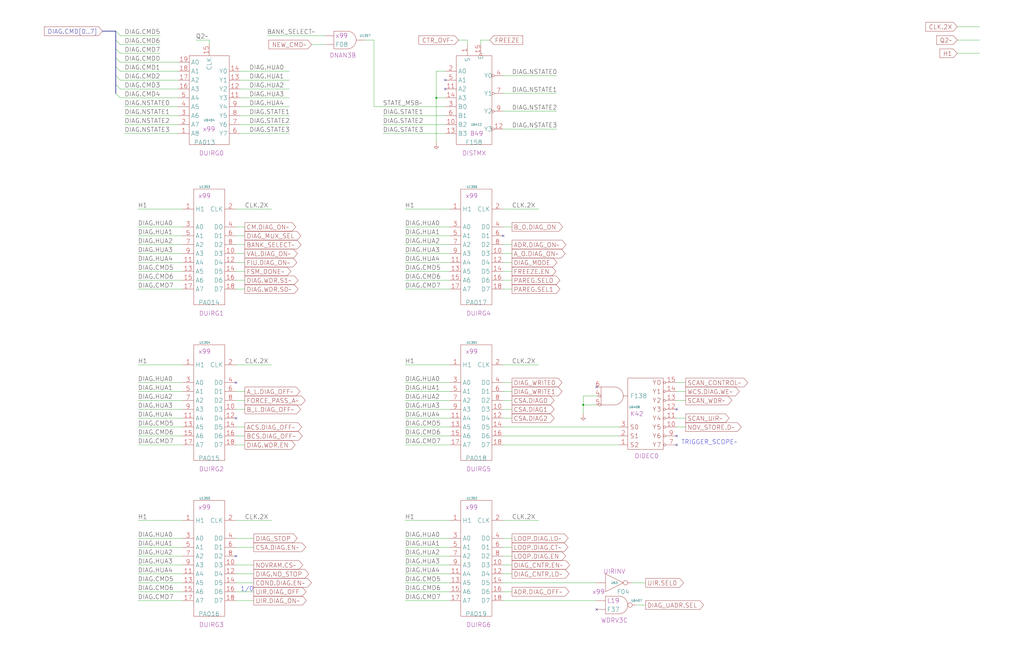
<source format=kicad_sch>
(kicad_sch (version 20230121) (generator eeschema)
  (paper "User" 584.2 378.46)
  (title_block (title "DIAGNOSTIC PROCESSOR\\nFINITE STATE MACHINE") (date "22-MAR-90") (rev "1.0") (comment 1 "VALUE") (comment 2 "232-003063") (comment 3 "S400") (comment 4 "RELEASED"))
  (lib_symbols
    (symbol "r1000:F04" (pin_numbers hide) (pin_names hide)
      (property "Reference" "U" (at 0 0 0))
      (property "Value" "F04" (at 1.27 -5.08 0))
      (property "Location" "___" (at -12.7 -5.08 0))
      (property "Name" "______" (at 0 5.08 0))
      (symbol "F04_0_1"
        (polyline (pts (xy -7.62 0) (xy -5.08 0)) (stroke (width 0.1524)))
        (polyline (pts (xy -5.08 5.08) (xy -5.08 -5.08)) (stroke (width 0.1524)))
        (polyline (pts (xy 5.08 0) (xy -5.08 -5.08)) (stroke (width 0.1524)))
        (polyline (pts (xy 5.08 0) (xy -5.08 5.08)) (stroke (width 0.1524)))
        (circle (center 6.35 0) (radius 1.27) (stroke (width 0.1524)))
      )
      (symbol "F04_1_1"
        (pin input line (at -10.16 0 0) (length 2.54) (name "D0") (number "1"))
        (pin output line (at 10.16 0 180) (length 2.54) (name "Q") (number "2"))
      )
    )
    (symbol "r1000:F08" (pin_numbers hide) (pin_names hide)
      (property "Reference" "U" (at 15.24 0 0))
      (property "Value" "F08" (at 1.905 -5.08 0))
      (property "Location" "___" (at 1.905 0 0))
      (property "Name" "______" (at 2.54 -12.7 0))
      (symbol "F08_0_1"
        (polyline (pts (xy -2.54 -7.62) (xy 5.08 -7.62)) (stroke (width 0.1524)))
        (polyline (pts (xy -2.54 2.54) (xy -2.54 -7.62)) (stroke (width 0.1524)))
        (polyline (pts (xy -2.54 2.54) (xy 5.08 2.54)) (stroke (width 0.1524)))
        (arc (start 5.08 -7.62) (mid 10.1282 -2.54) (end 5.08 2.54) (stroke (width 0.1524)))
      )
      (symbol "F08_0_2"
        (circle (center -3.81 -5.08) (radius 1.27) (stroke (width 0.1524)))
        (circle (center -3.81 0) (radius 1.27) (stroke (width 0.1524)))
        (arc (start -3.175 -7.62) (mid -2.134 -2.54) (end -3.175 2.54) (stroke (width 0.1524)))
        (polyline (pts (xy -3.175 -7.62) (xy 3.81 -7.62)) (stroke (width 0.1524)))
        (polyline (pts (xy -3.175 2.54) (xy 3.81 2.54)) (stroke (width 0.1524)))
        (arc (start 3.81 -7.62) (mid 7.5855 -5.8306) (end 10.16 -2.54) (stroke (width 0.1524)))
        (arc (start 10.16 -2.54) (mid 7.5827 0.7471) (end 3.81 2.54) (stroke (width 0.1524)))
        (circle (center 11.43 -2.54) (radius 1.27) (stroke (width 0.1524)))
      )
      (symbol "F08_1_1"
        (pin input line (at -7.62 0 0) (length 5.08) (name "D0") (number "1"))
        (pin input line (at -7.62 -5.08 0) (length 5.08) (name "D1") (number "2"))
        (pin output line (at 15.24 -2.54 180) (length 5.08) (name "Q") (number "3"))
      )
      (symbol "F08_1_2"
        (pin input line (at -7.62 0 0) (length 2.54) (name "D0") (number "1"))
        (pin input line (at -7.62 -5.08 0) (length 2.54) (name "D1") (number "2"))
        (pin output line (at 15.24 -2.54 180) (length 2.54) (name "Q") (number "3"))
      )
    )
    (symbol "r1000:F138" (pin_names (offset 1.016) hide)
      (property "Reference" "U" (at 1.27 3.81 0))
      (property "Value" "F138" (at -1.27 10.16 0))
      (property "Location" "___" (at -1.27 0 0))
      (property "Name" "______" (at 8.255 -24.13 0))
      (symbol "F138_0_0"
        (arc (start -10.16 5.08) (mid -6.5679 6.5679) (end -5.08 10.16) (stroke (width 0.1524)))
        (arc (start -5.08 10.16) (mid -6.5679 13.7521) (end -10.16 15.24) (stroke (width 0.1524)))
        (polyline (pts (xy -17.78 5.08) (xy -10.16 5.08)) (stroke (width 0.1524)))
        (polyline (pts (xy -17.78 15.24) (xy -10.16 15.24)) (stroke (width 0.1524)))
      )
      (symbol "F138_0_1"
        (circle (center -18.415 5.08) (radius 0.635) (stroke (width 0.1524)))
        (circle (center -18.415 10.16) (radius 0.635) (stroke (width 0.1524)))
        (rectangle (start -2.54 20.32) (end 17.78 -20.32) (stroke (width 0.1524)))
        (polyline (pts (xy -19.05 15.24) (xy -17.78 15.24)) (stroke (width 0.1524)))
        (polyline (pts (xy -17.78 15.24) (xy -17.78 5.08)) (stroke (width 0.1524)))
        (polyline (pts (xy -2.54 10.16) (xy -5.08 10.16)) (stroke (width 0.1524)))
      )
      (symbol "F138_1_1"
        (circle (center 18.415 -17.78) (radius 0.635))
        (circle (center 18.415 -12.7) (radius 0.635))
        (circle (center 18.415 -7.62) (radius 0.635))
        (circle (center 18.415 -2.54) (radius 0.635))
        (circle (center 18.415 2.54) (radius 0.635))
        (circle (center 18.415 7.62) (radius 0.635))
        (circle (center 18.415 12.7) (radius 0.635))
        (circle (center 18.415 17.78) (radius 0.635))
        (text "0" (at 2.54 -7.62 0) (effects (font (size 2.54 2.54))))
        (text "0" (at 15.24 17.78 0) (effects (font (size 2.54 2.54))))
        (text "1" (at 2.54 -12.7 0) (effects (font (size 2.54 2.54))))
        (text "1" (at 15.24 12.7 0) (effects (font (size 2.54 2.54))))
        (text "2" (at 2.54 -17.78 0) (effects (font (size 2.54 2.54))))
        (text "2" (at 15.24 7.62 0) (effects (font (size 2.54 2.54))))
        (text "3" (at 15.24 2.54 0) (effects (font (size 2.54 2.54))))
        (text "4" (at 15.24 -2.54 0) (effects (font (size 2.54 2.54))))
        (text "5" (at 15.24 -7.62 0) (effects (font (size 2.54 2.54))))
        (text "6" (at 15.24 -12.7 0) (effects (font (size 2.54 2.54))))
        (text "7" (at 15.24 -17.78 0) (effects (font (size 2.54 2.54))))
        (text "S" (at 0 -17.78 0) (effects (font (size 2.54 2.54))))
        (text "S" (at 0 -12.7 0) (effects (font (size 2.54 2.54))))
        (text "S" (at 0 -7.62 0) (effects (font (size 2.54 2.54))))
        (text "Y" (at 12.7 -17.78 0) (effects (font (size 2.54 2.54))))
        (text "Y" (at 12.7 -12.7 0) (effects (font (size 2.54 2.54))))
        (text "Y" (at 12.7 -7.62 0) (effects (font (size 2.54 2.54))))
        (text "Y" (at 12.7 -2.54 0) (effects (font (size 2.54 2.54))))
        (text "Y" (at 12.7 2.54 0) (effects (font (size 2.54 2.54))))
        (text "Y" (at 12.7 7.62 0) (effects (font (size 2.54 2.54))))
        (text "Y" (at 12.7 12.7 0) (effects (font (size 2.54 2.54))))
        (text "Y" (at 12.7 17.78 0) (effects (font (size 2.54 2.54))))
        (pin input line (at -7.62 -17.78 0) (length 5.08) (name "S2") (number "1"))
        (pin output line (at 25.4 -7.62 180) (length 6.35) (name "Y5_") (number "10"))
        (pin output line (at 25.4 -2.54 180) (length 6.35) (name "Y4_") (number "11"))
        (pin output line (at 25.4 2.54 180) (length 6.35) (name "Y3_") (number "12"))
        (pin output line (at 25.4 7.62 180) (length 6.35) (name "Y2_") (number "13"))
        (pin output line (at 25.4 12.7 180) (length 6.35) (name "Y1_") (number "14"))
        (pin output line (at 25.4 17.78 180) (length 6.35) (name "Y0_") (number "15"))
        (pin input line (at -7.62 -12.7 0) (length 5.08) (name "S1") (number "2"))
        (pin input line (at -7.62 -7.62 0) (length 5.08) (name "S0") (number "3"))
        (pin input line (at -20.32 10.16 0) (length 1.27) (name "D1") (number "4"))
        (pin input line (at -20.32 5.08 0) (length 1.27) (name "D2") (number "5"))
        (pin input line (at -20.32 15.24 0) (length 1.27) (name "D0") (number "6"))
        (pin output line (at 25.4 -17.78 180) (length 6.35) (name "Y7_") (number "7"))
        (pin output line (at 25.4 -12.7 180) (length 6.35) (name "Y6_") (number "9"))
      )
    )
    (symbol "r1000:F158" (pin_names (offset 1.016))
      (property "Reference" "U" (at 2.54 5.08 0))
      (property "Value" "F158" (at -3.81 -5.08 0))
      (property "Location" "___" (at -1.27 0 0))
      (property "Name" "______" (at 1.27 -12.7 0))
      (symbol "F158_1_1"
        (rectangle (start -8.89 44.45) (end 11.43 -6.35))
        (circle (center 5.08 45.085) (radius 0.635))
        (circle (center 12.065 2.54) (radius 0.635))
        (circle (center 12.065 12.7) (radius 0.635))
        (circle (center 12.065 22.86) (radius 0.635))
        (circle (center 12.065 33.02) (radius 0.635))
        (pin input line (at -2.54 50.8 270) (length 6.35) (name "S") (number "1"))
        (pin input line (at -15.24 5.08 0) (length 6.35) (name "B2") (number "10"))
        (pin input line (at -15.24 25.4 0) (length 6.35) (name "A2") (number "11"))
        (pin output line (at 17.78 2.54 180) (length 5.08) (name "Y3") (number "12"))
        (pin input line (at -15.24 0 0) (length 6.35) (name "B3") (number "13"))
        (pin input line (at -15.24 20.32 0) (length 6.35) (name "A3") (number "14"))
        (pin input line (at 5.08 50.8 270) (length 5.08) (name "E") (number "15"))
        (pin input line (at -15.24 35.56 0) (length 6.35) (name "A0") (number "2"))
        (pin input line (at -15.24 15.24 0) (length 6.35) (name "B0") (number "3"))
        (pin output line (at 17.78 33.02 180) (length 5.08) (name "Y0") (number "4"))
        (pin input line (at -15.24 30.48 0) (length 6.35) (name "A1") (number "5"))
        (pin input line (at -15.24 10.16 0) (length 6.35) (name "B1") (number "6"))
        (pin output line (at 17.78 22.86 180) (length 5.08) (name "Y1") (number "7"))
        (pin output line (at 17.78 12.7 180) (length 5.08) (name "Y2") (number "9"))
      )
    )
    (symbol "r1000:F37" (pin_numbers hide) (pin_names (offset 0) hide)
      (property "Reference" "U" (at 15.24 0 0))
      (property "Value" "F37" (at 1.905 -5.08 0))
      (property "Location" "___" (at 1.905 0 0))
      (property "Name" "______" (at 2.54 -12.7 0))
      (symbol "F37_0_1"
        (polyline (pts (xy -2.54 -7.62) (xy 5.08 -7.62)) (stroke (width 0.1524)))
        (polyline (pts (xy -2.54 2.54) (xy -2.54 -7.62)) (stroke (width 0.1524)))
        (polyline (pts (xy -2.54 2.54) (xy 5.08 2.54)) (stroke (width 0.1524)))
        (arc (start 5.08 -7.62) (mid 10.1282 -2.54) (end 5.08 2.54) (stroke (width 0.1524)))
        (circle (center 11.43 -2.54) (radius 1.27) (stroke (width 0.1524)))
      )
      (symbol "F37_0_2"
        (circle (center -3.81 -5.08) (radius 1.27) (stroke (width 0.1524)))
        (circle (center -3.81 0) (radius 1.27) (stroke (width 0.1524)))
        (arc (start -3.175 -7.62) (mid -2.134 -2.54) (end -3.175 2.54) (stroke (width 0.1524)))
        (polyline (pts (xy -3.175 -7.62) (xy 3.81 -7.62)) (stroke (width 0.1524)))
        (polyline (pts (xy -3.175 2.54) (xy 3.81 2.54)) (stroke (width 0.1524)))
        (arc (start 3.81 -7.62) (mid 7.5855 -5.8306) (end 10.16 -2.54) (stroke (width 0.1524)))
        (arc (start 10.16 -2.54) (mid 7.5827 0.7471) (end 3.81 2.54) (stroke (width 0.1524)))
      )
      (symbol "F37_1_1"
        (pin input line (at -7.62 0 0) (length 5.08) (name "D0") (number "1"))
        (pin input line (at -7.62 -5.08 0) (length 5.08) (name "D1") (number "2"))
        (pin output line (at 15.24 -2.54 180) (length 2.54) (name "Q") (number "3"))
      )
      (symbol "F37_1_2"
        (pin input line (at -7.62 0 0) (length 2.54) (name "D0") (number "1"))
        (pin input line (at -7.62 -5.08 0) (length 2.54) (name "D1") (number "2"))
        (pin output line (at 15.24 -2.54 180) (length 5.08) (name "Q") (number "3"))
      )
    )
    (symbol "r1000:PD" (power) (pin_numbers hide) (pin_names hide) (in_bom no)
      (symbol "PD_0_1"
        (polyline (pts (xy 0 -2.54) (xy 1.27 -2.54) (xy 0 -3.81) (xy -1.27 -2.54) (xy 0 -2.54)) (stroke (width 0.1524)))
      )
      (symbol "PD_1_1"
        (pin power_in line (at 0 0 270) (length 2.54) (name "PD") (number "1"))
      )
    )
    (symbol "r1000:XDUIRG" (pin_names (offset 1.016))
      (property "Reference" "U" (at 2.54 5.08 0))
      (property "Value" "XDUIRG" (at -1.27 -60.96 0))
      (property "Location" "___" (at -1.27 0 0))
      (property "Name" "______" (at 6.35 -68.58 0))
      (symbol "XDUIRG_1_1"
        (rectangle (start -3.81 3.81) (end 13.97 -62.23))
        (pin input line (at -10.16 -7.62 0) (length 6.35) (name "H1") (number "1"))
        (pin output line (at 20.32 -33.02 180) (length 6.35) (name "D3") (number "10"))
        (pin input line (at -10.16 -38.1 0) (length 6.35) (name "A4") (number "11"))
        (pin output line (at 20.32 -38.1 180) (length 6.35) (name "D4") (number "12"))
        (pin input line (at -10.16 -43.18 0) (length 6.35) (name "A5") (number "13"))
        (pin output line (at 20.32 -43.18 180) (length 6.35) (name "D5") (number "14"))
        (pin input line (at -10.16 -48.26 0) (length 6.35) (name "A6") (number "15"))
        (pin output line (at 20.32 -48.26 180) (length 6.35) (name "D6") (number "16"))
        (pin input line (at -10.16 -53.34 0) (length 6.35) (name "A7") (number "17"))
        (pin output line (at 20.32 -53.34 180) (length 6.35) (name "D7") (number "18"))
        (pin input line (at 20.32 -7.62 180) (length 6.35) (name "CLK") (number "2"))
        (pin input line (at -10.16 -17.78 0) (length 6.35) (name "A0") (number "3"))
        (pin output line (at 20.32 -17.78 180) (length 6.35) (name "D0") (number "4"))
        (pin input line (at -10.16 -22.86 0) (length 6.35) (name "A1") (number "5"))
        (pin output line (at 20.32 -22.86 180) (length 6.35) (name "D1") (number "6"))
        (pin input line (at -10.16 -27.94 0) (length 6.35) (name "A2") (number "7"))
        (pin output line (at 20.32 -27.94 180) (length 6.35) (name "D2") (number "8"))
        (pin input line (at -10.16 -33.02 0) (length 6.35) (name "A3") (number "9"))
      )
    )
    (symbol "r1000:XPAXXXL" (pin_names (offset 1.016))
      (property "Reference" "U" (at 2.54 5.08 0))
      (property "Value" "XPAXXXL" (at -6.35 -7.62 0))
      (property "Location" "___" (at -1.27 0 0))
      (property "Name" "______" (at 3.81 -15.24 0))
      (symbol "XPAXXXL_1_1"
        (rectangle (start -8.89 41.91) (end 13.97 -8.89))
        (pin input line (at -15.24 -2.54 0) (length 6.35) (name "A8") (number "1"))
        (pin output line (at 20.32 17.78 180) (length 6.35) (name "Y3") (number "11"))
        (pin output line (at 20.32 22.86 180) (length 6.35) (name "Y2") (number "12"))
        (pin output line (at 20.32 27.94 180) (length 6.35) (name "Y1") (number "13"))
        (pin output line (at 20.32 33.02 180) (length 6.35) (name "Y0") (number "14"))
        (pin input line (at 2.54 48.26 270) (length 6.35) (name "CLK") (number "15"))
        (pin input line (at -15.24 22.86 0) (length 6.35) (name "A3") (number "16"))
        (pin input line (at -15.24 27.94 0) (length 6.35) (name "A2") (number "17"))
        (pin input line (at -15.24 33.02 0) (length 6.35) (name "A1") (number "18"))
        (pin input line (at -15.24 38.1 0) (length 6.35) (name "A0") (number "19"))
        (pin input line (at -15.24 2.54 0) (length 6.35) (name "A7") (number "2"))
        (pin input line (at -15.24 7.62 0) (length 6.35) (name "A6") (number "3"))
        (pin input line (at -15.24 12.7 0) (length 6.35) (name "A5") (number "4"))
        (pin input line (at -15.24 17.78 0) (length 6.35) (name "A4") (number "5"))
        (pin output line (at 20.32 -2.54 180) (length 6.35) (name "Y7") (number "6"))
        (pin output line (at 20.32 2.54 180) (length 6.35) (name "Y6") (number "7"))
        (pin output line (at 20.32 7.62 180) (length 6.35) (name "Y5") (number "8"))
        (pin output line (at 20.32 12.7 180) (length 6.35) (name "Y4") (number "9"))
      )
    )
  )
  (junction (at 332.74 231.14))
  (junction (at 248.92 55.88))
  (no_connect (at 254 45.72))
  (no_connect (at 386.08 233.68))
  (no_connect (at 287.02 134.62))
  (no_connect (at 386.08 248.92))
  (no_connect (at 134.62 238.76))
  (no_connect (at 340.36 347.98))
  (no_connect (at 134.62 218.44))
  (no_connect (at 340.36 220.98))
  (no_connect (at 254 50.8))
  (no_connect (at 386.08 254))
  (no_connect (at 134.62 317.5))
  (bus_entry (at 66.04 38.1) (size 2.54 2.54))
  (bus_entry (at 66.04 27.94) (size 2.54 2.54))
  (bus_entry (at 66.04 53.34) (size 2.54 2.54))
  (bus_entry (at 66.04 22.86) (size 2.54 2.54))
  (bus_entry (at 66.04 48.26) (size 2.54 2.54))
  (bus_entry (at 66.04 33.02) (size 2.54 2.54))
  (bus_entry (at 66.04 17.78) (size 2.54 2.54))
  (bus_entry (at 66.04 43.18) (size 2.54 2.54))
  (wire (pts (xy 254 40.64) (xy 248.92 40.64)))
  (wire (pts (xy 287.02 208.28) (xy 307.34 208.28)))
  (wire (pts (xy 134.62 228.6) (xy 139.7 228.6)))
  (wire (pts (xy 287.02 218.44) (xy 292.1 218.44)))
  (wire (pts (xy 218.44 76.2) (xy 254 76.2)))
  (wire (pts (xy 134.62 149.86) (xy 139.7 149.86)))
  (wire (pts (xy 287.02 322.58) (xy 292.1 322.58)))
  (wire (pts (xy 134.62 307.34) (xy 144.78 307.34)))
  (wire (pts (xy 134.62 254) (xy 139.7 254)))
  (wire (pts (xy 287.02 243.84) (xy 353.06 243.84)))
  (wire (pts (xy 71.12 76.2) (xy 101.6 76.2)))
  (wire (pts (xy 134.62 332.74) (xy 144.78 332.74)))
  (wire (pts (xy 134.62 165.1) (xy 139.7 165.1)))
  (bus (pts (xy 58.42 17.78) (xy 66.04 17.78)))
  (wire (pts (xy 137.16 60.96) (xy 165.1 60.96)))
  (bus (pts (xy 66.04 22.86) (xy 66.04 27.94)))
  (wire (pts (xy 287.02 297.18) (xy 307.34 297.18)))
  (wire (pts (xy 231.14 307.34) (xy 256.54 307.34)))
  (wire (pts (xy 78.74 223.52) (xy 104.14 223.52)))
  (bus (pts (xy 66.04 33.02) (xy 66.04 38.1)))
  (wire (pts (xy 231.14 119.38) (xy 256.54 119.38)))
  (wire (pts (xy 287.02 254) (xy 353.06 254)))
  (wire (pts (xy 231.14 223.52) (xy 256.54 223.52)))
  (wire (pts (xy 231.14 254) (xy 256.54 254)))
  (wire (pts (xy 386.08 243.84) (xy 391.16 243.84)))
  (wire (pts (xy 134.62 248.92) (xy 139.7 248.92)))
  (wire (pts (xy 78.74 248.92) (xy 104.14 248.92)))
  (wire (pts (xy 68.58 45.72) (xy 101.6 45.72)))
  (wire (pts (xy 71.12 71.12) (xy 101.6 71.12)))
  (wire (pts (xy 287.02 165.1) (xy 292.1 165.1)))
  (wire (pts (xy 137.16 40.64) (xy 165.1 40.64)))
  (wire (pts (xy 386.08 223.52) (xy 391.16 223.52)))
  (wire (pts (xy 231.14 208.28) (xy 256.54 208.28)))
  (wire (pts (xy 287.02 160.02) (xy 292.1 160.02)))
  (wire (pts (xy 231.14 297.18) (xy 256.54 297.18)))
  (wire (pts (xy 231.14 332.74) (xy 256.54 332.74)))
  (wire (pts (xy 71.12 66.04) (xy 101.6 66.04)))
  (wire (pts (xy 287.02 119.38) (xy 307.34 119.38)))
  (bus (pts (xy 66.04 48.26) (xy 66.04 53.34)))
  (wire (pts (xy 287.02 238.76) (xy 292.1 238.76)))
  (wire (pts (xy 134.62 223.52) (xy 139.7 223.52)))
  (wire (pts (xy 231.14 243.84) (xy 256.54 243.84)))
  (wire (pts (xy 231.14 165.1) (xy 256.54 165.1)))
  (wire (pts (xy 287.02 327.66) (xy 292.1 327.66)))
  (wire (pts (xy 231.14 327.66) (xy 256.54 327.66)))
  (wire (pts (xy 386.08 238.76) (xy 391.16 238.76)))
  (wire (pts (xy 134.62 119.38) (xy 154.94 119.38)))
  (bus (pts (xy 66.04 38.1) (xy 66.04 43.18)))
  (wire (pts (xy 231.14 160.02) (xy 256.54 160.02)))
  (wire (pts (xy 78.74 317.5) (xy 104.14 317.5)))
  (wire (pts (xy 287.02 223.52) (xy 292.1 223.52)))
  (wire (pts (xy 68.58 40.64) (xy 101.6 40.64)))
  (wire (pts (xy 386.08 228.6) (xy 391.16 228.6)))
  (wire (pts (xy 134.62 342.9) (xy 144.78 342.9)))
  (wire (pts (xy 152.4 20.32) (xy 185.42 20.32)))
  (wire (pts (xy 231.14 144.78) (xy 256.54 144.78)))
  (wire (pts (xy 213.36 22.86) (xy 208.28 22.86)))
  (wire (pts (xy 78.74 208.28) (xy 104.14 208.28)))
  (wire (pts (xy 134.62 233.68) (xy 139.7 233.68)))
  (wire (pts (xy 287.02 228.6) (xy 292.1 228.6)))
  (wire (pts (xy 231.14 337.82) (xy 256.54 337.82)))
  (wire (pts (xy 134.62 154.94) (xy 139.7 154.94)))
  (wire (pts (xy 231.14 154.94) (xy 256.54 154.94)))
  (wire (pts (xy 134.62 327.66) (xy 144.78 327.66)))
  (wire (pts (xy 218.44 66.04) (xy 254 66.04)))
  (wire (pts (xy 287.02 307.34) (xy 292.1 307.34)))
  (wire (pts (xy 134.62 144.78) (xy 139.7 144.78)))
  (wire (pts (xy 68.58 55.88) (xy 101.6 55.88)))
  (wire (pts (xy 134.62 139.7) (xy 139.7 139.7)))
  (wire (pts (xy 287.02 149.86) (xy 292.1 149.86)))
  (wire (pts (xy 287.02 337.82) (xy 292.1 337.82)))
  (wire (pts (xy 231.14 317.5) (xy 256.54 317.5)))
  (wire (pts (xy 287.02 317.5) (xy 292.1 317.5)))
  (wire (pts (xy 78.74 154.94) (xy 104.14 154.94)))
  (wire (pts (xy 78.74 165.1) (xy 104.14 165.1)))
  (wire (pts (xy 287.02 144.78) (xy 292.1 144.78)))
  (wire (pts (xy 78.74 218.44) (xy 104.14 218.44)))
  (wire (pts (xy 363.22 345.44) (xy 368.3 345.44)))
  (wire (pts (xy 134.62 312.42) (xy 144.78 312.42)))
  (wire (pts (xy 78.74 149.86) (xy 104.14 149.86)))
  (wire (pts (xy 287.02 312.42) (xy 292.1 312.42)))
  (wire (pts (xy 213.36 60.96) (xy 254 60.96)))
  (wire (pts (xy 231.14 322.58) (xy 256.54 322.58)))
  (wire (pts (xy 119.38 22.86) (xy 119.38 25.4)))
  (wire (pts (xy 78.74 233.68) (xy 104.14 233.68)))
  (wire (pts (xy 137.16 55.88) (xy 165.1 55.88)))
  (wire (pts (xy 332.74 226.06) (xy 332.74 231.14)))
  (wire (pts (xy 287.02 248.92) (xy 353.06 248.92)))
  (wire (pts (xy 78.74 332.74) (xy 104.14 332.74)))
  (wire (pts (xy 546.1 15.24) (xy 558.8 15.24)))
  (wire (pts (xy 360.68 332.74) (xy 368.3 332.74)))
  (wire (pts (xy 78.74 144.78) (xy 104.14 144.78)))
  (wire (pts (xy 134.62 134.62) (xy 139.7 134.62)))
  (wire (pts (xy 134.62 160.02) (xy 139.7 160.02)))
  (wire (pts (xy 68.58 25.4) (xy 91.44 25.4)))
  (wire (pts (xy 287.02 43.18) (xy 317.5 43.18)))
  (wire (pts (xy 274.32 25.4) (xy 274.32 22.86)))
  (wire (pts (xy 248.92 55.88) (xy 248.92 81.28)))
  (wire (pts (xy 78.74 238.76) (xy 104.14 238.76)))
  (wire (pts (xy 134.62 322.58) (xy 144.78 322.58)))
  (wire (pts (xy 134.62 243.84) (xy 139.7 243.84)))
  (wire (pts (xy 248.92 40.64) (xy 248.92 55.88)))
  (wire (pts (xy 134.62 297.18) (xy 154.94 297.18)))
  (wire (pts (xy 231.14 248.92) (xy 256.54 248.92)))
  (wire (pts (xy 78.74 322.58) (xy 104.14 322.58)))
  (wire (pts (xy 231.14 129.54) (xy 256.54 129.54)))
  (wire (pts (xy 231.14 218.44) (xy 256.54 218.44)))
  (wire (pts (xy 287.02 63.5) (xy 317.5 63.5)))
  (wire (pts (xy 287.02 233.68) (xy 292.1 233.68)))
  (wire (pts (xy 177.8 25.4) (xy 185.42 25.4)))
  (wire (pts (xy 231.14 134.62) (xy 256.54 134.62)))
  (wire (pts (xy 78.74 312.42) (xy 104.14 312.42)))
  (wire (pts (xy 137.16 66.04) (xy 165.1 66.04)))
  (wire (pts (xy 134.62 208.28) (xy 154.94 208.28)))
  (wire (pts (xy 68.58 50.8) (xy 101.6 50.8)))
  (wire (pts (xy 287.02 332.74) (xy 340.36 332.74)))
  (wire (pts (xy 78.74 129.54) (xy 104.14 129.54)))
  (wire (pts (xy 287.02 154.94) (xy 292.1 154.94)))
  (wire (pts (xy 332.74 231.14) (xy 332.74 236.22)))
  (wire (pts (xy 261.62 22.86) (xy 266.7 22.86)))
  (wire (pts (xy 266.7 25.4) (xy 266.7 22.86)))
  (wire (pts (xy 248.92 55.88) (xy 254 55.88)))
  (wire (pts (xy 231.14 312.42) (xy 256.54 312.42)))
  (wire (pts (xy 546.1 22.86) (xy 558.8 22.86)))
  (wire (pts (xy 78.74 134.62) (xy 104.14 134.62)))
  (bus (pts (xy 66.04 43.18) (xy 66.04 48.26)))
  (wire (pts (xy 546.1 30.48) (xy 558.8 30.48)))
  (wire (pts (xy 137.16 76.2) (xy 165.1 76.2)))
  (wire (pts (xy 78.74 337.82) (xy 104.14 337.82)))
  (wire (pts (xy 78.74 160.02) (xy 104.14 160.02)))
  (wire (pts (xy 231.14 342.9) (xy 256.54 342.9)))
  (wire (pts (xy 231.14 233.68) (xy 256.54 233.68)))
  (wire (pts (xy 386.08 218.44) (xy 391.16 218.44)))
  (wire (pts (xy 78.74 342.9) (xy 104.14 342.9)))
  (wire (pts (xy 287.02 53.34) (xy 317.5 53.34)))
  (wire (pts (xy 78.74 254) (xy 104.14 254)))
  (wire (pts (xy 68.58 20.32) (xy 91.44 20.32)))
  (wire (pts (xy 68.58 30.48) (xy 91.44 30.48)))
  (wire (pts (xy 78.74 228.6) (xy 104.14 228.6)))
  (wire (pts (xy 78.74 243.84) (xy 104.14 243.84)))
  (wire (pts (xy 78.74 139.7) (xy 104.14 139.7)))
  (wire (pts (xy 78.74 297.18) (xy 104.14 297.18)))
  (wire (pts (xy 68.58 35.56) (xy 101.6 35.56)))
  (wire (pts (xy 134.62 337.82) (xy 144.78 337.82)))
  (wire (pts (xy 213.36 60.96) (xy 213.36 22.86)))
  (wire (pts (xy 137.16 45.72) (xy 165.1 45.72)))
  (wire (pts (xy 274.32 22.86) (xy 279.4 22.86)))
  (wire (pts (xy 340.36 226.06) (xy 332.74 226.06)))
  (bus (pts (xy 66.04 17.78) (xy 66.04 22.86)))
  (wire (pts (xy 231.14 139.7) (xy 256.54 139.7)))
  (wire (pts (xy 287.02 139.7) (xy 292.1 139.7)))
  (wire (pts (xy 78.74 119.38) (xy 104.14 119.38)))
  (wire (pts (xy 78.74 327.66) (xy 104.14 327.66)))
  (wire (pts (xy 137.16 71.12) (xy 165.1 71.12)))
  (wire (pts (xy 137.16 50.8) (xy 165.1 50.8)))
  (wire (pts (xy 218.44 71.12) (xy 254 71.12)))
  (wire (pts (xy 231.14 228.6) (xy 256.54 228.6)))
  (wire (pts (xy 111.76 22.86) (xy 119.38 22.86)))
  (wire (pts (xy 78.74 307.34) (xy 104.14 307.34)))
  (wire (pts (xy 71.12 60.96) (xy 101.6 60.96)))
  (wire (pts (xy 231.14 149.86) (xy 256.54 149.86)))
  (wire (pts (xy 287.02 342.9) (xy 340.36 342.9)))
  (wire (pts (xy 287.02 73.66) (xy 317.5 73.66)))
  (wire (pts (xy 332.74 231.14) (xy 340.36 231.14)))
  (wire (pts (xy 134.62 129.54) (xy 139.7 129.54)))
  (wire (pts (xy 231.14 238.76) (xy 256.54 238.76)))
  (bus (pts (xy 66.04 27.94) (xy 66.04 33.02)))
  (wire (pts (xy 287.02 129.54) (xy 292.1 129.54)))
  (text "TRIGGER_SCOPE~" (at 388.62 254 0) (effects (font (size 2.54 2.54)) (justify left bottom)))
  (text "1/0" (at 137.16 337.82 0) (effects (font (size 2.54 2.54)) (justify left bottom)))
  (label "DIAG.CMD4" (at 71.12 55.88 0) (effects (font (size 2.54 2.54))))
  (label "DIAG.CMD1" (at 71.12 40.64 0) (effects (font (size 2.54 2.54))))
  (label "DIAG.HUA1" (at 231.14 312.42 0) (effects (font (size 2.54 2.54))))
  (label "DIAG.HUA1" (at 78.74 223.52 0) (effects (font (size 2.54 2.54))))
  (label "DIAG.STATE2" (at 142.24 71.12 0) (effects (font (size 2.54 2.54))))
  (label "H1" (at 231.14 208.28 0) (effects (font (size 2.54 2.54))))
  (label "DIAG.HUA1" (at 78.74 312.42 0) (effects (font (size 2.54 2.54))))
  (label "DIAG.HUA0" (at 231.14 218.44 0) (effects (font (size 2.54 2.54))))
  (label "DIAG.CMD6" (at 78.74 248.92 0) (effects (font (size 2.54 2.54))))
  (label "BANK_SELECT~" (at 152.4 20.32 0) (effects (font (size 2.54 2.54))))
  (label "DIAG.CMD5" (at 78.74 332.74 0) (effects (font (size 2.54 2.54))))
  (label "DIAG.HUA3" (at 78.74 144.78 0) (effects (font (size 2.54 2.54))))
  (label "DIAG.HUA2" (at 78.74 317.5 0) (effects (font (size 2.54 2.54))))
  (label "CLK.2X" (at 292.1 297.18 0) (effects (font (size 2.54 2.54))))
  (label "DIAG.STATE3" (at 218.44 76.2 0) (effects (font (size 2.54 2.54))))
  (label "DIAG.HUA4" (at 142.24 60.96 0) (effects (font (size 2.54 2.54))))
  (label "DIAG.HUA4" (at 231.14 327.66 0) (effects (font (size 2.54 2.54))))
  (label "Q2~" (at 111.76 22.86 0) (effects (font (size 2.54 2.54))))
  (label "DIAG.HUA4" (at 231.14 238.76 0) (effects (font (size 2.54 2.54))))
  (label "DIAG.CMD5" (at 71.12 20.32 0) (effects (font (size 2.54 2.54))))
  (label "DIAG.STATE1" (at 142.24 66.04 0) (effects (font (size 2.54 2.54))))
  (label "DIAG.HUA0" (at 231.14 307.34 0) (effects (font (size 2.54 2.54))))
  (label "DIAG.CMD7" (at 231.14 165.1 0) (effects (font (size 2.54 2.54))))
  (label "DIAG.CMD6" (at 231.14 337.82 0) (effects (font (size 2.54 2.54))))
  (label "CLK.2X" (at 139.7 119.38 0) (effects (font (size 2.54 2.54))))
  (label "DIAG.HUA3" (at 231.14 233.68 0) (effects (font (size 2.54 2.54))))
  (label "DIAG.NSTATE1" (at 292.1 53.34 0) (effects (font (size 2.54 2.54))))
  (label "DIAG.CMD3" (at 71.12 50.8 0) (effects (font (size 2.54 2.54))))
  (label "DIAG.HUA3" (at 231.14 144.78 0) (effects (font (size 2.54 2.54))))
  (label "CLK.2X" (at 292.1 119.38 0) (effects (font (size 2.54 2.54))))
  (label "DIAG.HUA0" (at 78.74 129.54 0) (effects (font (size 2.54 2.54))))
  (label "DIAG.CMD7" (at 78.74 254 0) (effects (font (size 2.54 2.54))))
  (label "DIAG.CMD6" (at 71.12 25.4 0) (effects (font (size 2.54 2.54))))
  (label "H1" (at 78.74 119.38 0) (effects (font (size 2.54 2.54))))
  (label "DIAG.NSTATE0" (at 292.1 43.18 0) (effects (font (size 2.54 2.54))))
  (label "DIAG.STATE2" (at 218.44 71.12 0) (effects (font (size 2.54 2.54))))
  (label "H1" (at 78.74 297.18 0) (effects (font (size 2.54 2.54))))
  (label "DIAG.CMD0" (at 71.12 35.56 0) (effects (font (size 2.54 2.54))))
  (label "DIAG.CMD7" (at 231.14 254 0) (effects (font (size 2.54 2.54))))
  (label "DIAG.HUA2" (at 231.14 317.5 0) (effects (font (size 2.54 2.54))))
  (label "DIAG.CMD5" (at 231.14 243.84 0) (effects (font (size 2.54 2.54))))
  (label "H1" (at 231.14 297.18 0) (effects (font (size 2.54 2.54))))
  (label "DIAG.HUA0" (at 231.14 129.54 0) (effects (font (size 2.54 2.54))))
  (label "DIAG.HUA4" (at 78.74 149.86 0) (effects (font (size 2.54 2.54))))
  (label "DIAG.HUA1" (at 231.14 134.62 0) (effects (font (size 2.54 2.54))))
  (label "DIAG.HUA1" (at 142.24 45.72 0) (effects (font (size 2.54 2.54))))
  (label "DIAG.HUA4" (at 78.74 327.66 0) (effects (font (size 2.54 2.54))))
  (label "DIAG.HUA3" (at 78.74 233.68 0) (effects (font (size 2.54 2.54))))
  (label "DIAG.NSTATE3" (at 71.12 76.2 0) (effects (font (size 2.54 2.54))))
  (label "DIAG.HUA4" (at 231.14 149.86 0) (effects (font (size 2.54 2.54))))
  (label "DIAG.CMD6" (at 78.74 337.82 0) (effects (font (size 2.54 2.54))))
  (label "DIAG.NSTATE3" (at 292.1 73.66 0) (effects (font (size 2.54 2.54))))
  (label "DIAG.HUA0" (at 78.74 218.44 0) (effects (font (size 2.54 2.54))))
  (label "DIAG.NSTATE1" (at 71.12 66.04 0) (effects (font (size 2.54 2.54))))
  (label "DIAG.CMD6" (at 231.14 160.02 0) (effects (font (size 2.54 2.54))))
  (label "DIAG.CMD7" (at 71.12 30.48 0) (effects (font (size 2.54 2.54))))
  (label "DIAG.HUA4" (at 78.74 238.76 0) (effects (font (size 2.54 2.54))))
  (label "DIAG.HUA1" (at 78.74 134.62 0) (effects (font (size 2.54 2.54))))
  (label "DIAG.HUA3" (at 78.74 322.58 0) (effects (font (size 2.54 2.54))))
  (label "DIAG.HUA2" (at 78.74 139.7 0) (effects (font (size 2.54 2.54))))
  (label "DIAG.CMD6" (at 78.74 160.02 0) (effects (font (size 2.54 2.54))))
  (label "DIAG.STATE1" (at 218.44 66.04 0) (effects (font (size 2.54 2.54))))
  (label "DIAG.CMD5" (at 78.74 154.94 0) (effects (font (size 2.54 2.54))))
  (label "DIAG.HUA3" (at 142.24 55.88 0) (effects (font (size 2.54 2.54))))
  (label "CLK.2X" (at 139.7 208.28 0) (effects (font (size 2.54 2.54))))
  (label "DIAG.NSTATE2" (at 292.1 63.5 0) (effects (font (size 2.54 2.54))))
  (label "DIAG.CMD5" (at 78.74 243.84 0) (effects (font (size 2.54 2.54))))
  (label "DIAG.CMD7" (at 231.14 342.9 0) (effects (font (size 2.54 2.54))))
  (label "DIAG.CMD7" (at 78.74 342.9 0) (effects (font (size 2.54 2.54))))
  (label "DIAG.CMD2" (at 71.12 45.72 0) (effects (font (size 2.54 2.54))))
  (label "DIAG.HUA2" (at 78.74 228.6 0) (effects (font (size 2.54 2.54))))
  (label "DIAG.STATE3" (at 142.24 76.2 0) (effects (font (size 2.54 2.54))))
  (label "DIAG.HUA0" (at 78.74 307.34 0) (effects (font (size 2.54 2.54))))
  (label "H1" (at 78.74 208.28 0) (effects (font (size 2.54 2.54))))
  (label "CLK.2X" (at 292.1 208.28 0) (effects (font (size 2.54 2.54))))
  (label "DIAG.HUA0" (at 142.24 40.64 0) (effects (font (size 2.54 2.54))))
  (label "DIAG.CMD5" (at 231.14 154.94 0) (effects (font (size 2.54 2.54))))
  (label "DIAG.CMD5" (at 231.14 332.74 0) (effects (font (size 2.54 2.54))))
  (label "DIAG.HUA2" (at 231.14 228.6 0) (effects (font (size 2.54 2.54))))
  (label "DIAG.NSTATE2" (at 71.12 71.12 0) (effects (font (size 2.54 2.54))))
  (label "DIAG.HUA2" (at 231.14 139.7 0) (effects (font (size 2.54 2.54))))
  (label "DIAG.HUA3" (at 231.14 322.58 0) (effects (font (size 2.54 2.54))))
  (label "STATE_MSB~" (at 218.44 60.96 0) (effects (font (size 2.54 2.54))))
  (label "DIAG.CMD6" (at 231.14 248.92 0) (effects (font (size 2.54 2.54))))
  (label "CLK.2X" (at 139.7 297.18 0) (effects (font (size 2.54 2.54))))
  (label "DIAG.HUA2" (at 142.24 50.8 0) (effects (font (size 2.54 2.54))))
  (label "DIAG.NSTATE0" (at 71.12 60.96 0) (effects (font (size 2.54 2.54))))
  (label "H1" (at 231.14 119.38 0) (effects (font (size 2.54 2.54))))
  (label "DIAG.HUA1" (at 231.14 223.52 0) (effects (font (size 2.54 2.54))))
  (label "DIAG.CMD7" (at 78.74 165.1 0) (effects (font (size 2.54 2.54))))
  (global_label "Q2~" (shape input) (at 546.1 22.86 180) (effects (font (size 2.54 2.54))) (property "Intersheetrefs" "${INTERSHEET_REFS}" (at 528.4016 22.7013 0) (effects (font (size 1.905 1.905)) (justify right))))
  (global_label "B_L.DIAG_OFF~" (shape output) (at 139.7 233.68 0) (effects (font (size 2.54 2.54))) (property "Intersheetrefs" "${INTERSHEET_REFS}" (at 171.3079 233.5213 0) (effects (font (size 1.905 1.905)) (justify left))))
  (global_label "DIAG_CNTR.LD~" (shape output) (at 292.1 327.66 0) (effects (font (size 2.54 2.54))) (property "Intersheetrefs" "${INTERSHEET_REFS}" (at 324.4336 327.5013 0) (effects (font (size 1.905 1.905)) (justify left))))
  (global_label "CM.DIAG_ON~" (shape output) (at 139.7 129.54 0) (effects (font (size 2.54 2.54))) (property "Intersheetrefs" "${INTERSHEET_REFS}" (at 168.526 129.3813 0) (effects (font (size 1.905 1.905)) (justify left))))
  (global_label "SCAN_CONTROL~" (shape output) (at 391.16 218.44 0) (effects (font (size 2.54 2.54))) (property "Intersheetrefs" "${INTERSHEET_REFS}" (at 426.3965 218.2813 0) (effects (font (size 1.905 1.905)) (justify left))))
  (global_label "B_O.DIAG_ON" (shape output) (at 292.1 129.54 0) (effects (font (size 2.54 2.54))) (property "Intersheetrefs" "${INTERSHEET_REFS}" (at 320.805 129.3813 0) (effects (font (size 1.905 1.905)) (justify left))))
  (global_label "FIU.DIAG_ON~" (shape output) (at 139.7 149.86 0) (effects (font (size 2.54 2.54))) (property "Intersheetrefs" "${INTERSHEET_REFS}" (at 169.1307 149.7013 0) (effects (font (size 1.905 1.905)) (justify left))))
  (global_label "UIR.DIAG_ON~" (shape output) (at 144.78 342.9 0) (effects (font (size 2.54 2.54))) (property "Intersheetrefs" "${INTERSHEET_REFS}" (at 174.5736 342.7413 0) (effects (font (size 1.905 1.905)) (justify left))))
  (global_label "ACS.DIAG_OFF~" (shape output) (at 139.7 243.84 0) (effects (font (size 2.54 2.54))) (property "Intersheetrefs" "${INTERSHEET_REFS}" (at 171.9126 243.6813 0) (effects (font (size 1.905 1.905)) (justify left))))
  (global_label "DIAG.WDR.S1~" (shape output) (at 139.7 160.02 0) (effects (font (size 2.54 2.54))) (property "Intersheetrefs" "${INTERSHEET_REFS}" (at 169.8565 159.8613 0) (effects (font (size 1.905 1.905)) (justify left))))
  (global_label "A_O.DIAG_ON~" (shape output) (at 292.1 144.78 0) (effects (font (size 2.54 2.54))) (property "Intersheetrefs" "${INTERSHEET_REFS}" (at 322.2565 144.6213 0) (effects (font (size 1.905 1.905)) (justify left))))
  (global_label "DIAG.NO_STOP" (shape output) (at 144.78 327.66 0) (effects (font (size 2.54 2.54))) (property "Intersheetrefs" "${INTERSHEET_REFS}" (at 175.9041 327.5013 0) (effects (font (size 1.905 1.905)) (justify left))))
  (global_label "PAREG.SEL0" (shape output) (at 292.1 160.02 0) (effects (font (size 2.54 2.54))) (property "Intersheetrefs" "${INTERSHEET_REFS}" (at 319.2326 159.8613 0) (effects (font (size 1.905 1.905)) (justify left))))
  (global_label "SCAN_UIR~" (shape output) (at 391.16 238.76 0) (effects (font (size 2.54 2.54))) (property "Intersheetrefs" "${INTERSHEET_REFS}" (at 415.7526 238.6013 0) (effects (font (size 1.905 1.905)) (justify left))))
  (global_label "LOOP.DIAG.CT~" (shape output) (at 292.1 312.42 0) (effects (font (size 2.54 2.54))) (property "Intersheetrefs" "${INTERSHEET_REFS}" (at 323.8288 312.2613 0) (effects (font (size 1.905 1.905)) (justify left))))
  (global_label "H1" (shape input) (at 546.1 30.48 180) (effects (font (size 2.54 2.54))) (property "Intersheetrefs" "${INTERSHEET_REFS}" (at 536.3845 30.3213 0) (effects (font (size 1.905 1.905)) (justify right))))
  (global_label "FREEZE" (shape input) (at 279.4 22.86 0) (effects (font (size 2.54 2.54))) (property "Intersheetrefs" "${INTERSHEET_REFS}" (at 298.066 22.7013 0) (effects (font (size 1.905 1.905)) (justify left))))
  (global_label "BCS.DIAG_OFF~" (shape output) (at 139.7 248.92 0) (effects (font (size 2.54 2.54))) (property "Intersheetrefs" "${INTERSHEET_REFS}" (at 172.2755 248.7613 0) (effects (font (size 1.905 1.905)) (justify left))))
  (global_label "FREEZE.EN" (shape output) (at 292.1 154.94 0) (effects (font (size 2.54 2.54))) (property "Intersheetrefs" "${INTERSHEET_REFS}" (at 316.9345 154.7813 0) (effects (font (size 1.905 1.905)) (justify left))))
  (global_label "DIAG.WDR.S0~" (shape output) (at 139.7 165.1 0) (effects (font (size 2.54 2.54))) (property "Intersheetrefs" "${INTERSHEET_REFS}" (at 169.8565 164.9413 0) (effects (font (size 1.905 1.905)) (justify left))))
  (global_label "DIAG_WRITE1" (shape output) (at 292.1 223.52 0) (effects (font (size 2.54 2.54))) (property "Intersheetrefs" "${INTERSHEET_REFS}" (at 320.4422 223.3613 0) (effects (font (size 1.905 1.905)) (justify left))))
  (global_label "COND.DIAG.EN~" (shape output) (at 144.78 332.74 0) (effects (font (size 2.54 2.54))) (property "Intersheetrefs" "${INTERSHEET_REFS}" (at 177.4765 332.5813 0) (effects (font (size 1.905 1.905)) (justify left))))
  (global_label "UIR.DIAG_OFF" (shape output) (at 144.78 337.82 0) (effects (font (size 2.54 2.54))) (property "Intersheetrefs" "${INTERSHEET_REFS}" (at 174.4526 337.6613 0) (effects (font (size 1.905 1.905)) (justify left))))
  (global_label "DIAG_CNTR.EN~" (shape output) (at 292.1 322.58 0) (effects (font (size 2.54 2.54))) (property "Intersheetrefs" "${INTERSHEET_REFS}" (at 324.7965 322.4213 0) (effects (font (size 1.905 1.905)) (justify left))))
  (global_label "DIAG_MUX_SEL" (shape output) (at 139.7 134.62 0) (effects (font (size 2.54 2.54))) (property "Intersheetrefs" "${INTERSHEET_REFS}" (at 171.4288 134.4613 0) (effects (font (size 1.905 1.905)) (justify left))))
  (global_label "DIAG_UADR.SEL" (shape output) (at 368.3 345.44 0) (effects (font (size 2.54 2.54))) (property "Intersheetrefs" "${INTERSHEET_REFS}" (at 401.2384 345.2813 0) (effects (font (size 1.905 1.905)) (justify left))))
  (global_label "SCAN_WDR~" (shape output) (at 391.16 228.6 0) (effects (font (size 2.54 2.54))) (property "Intersheetrefs" "${INTERSHEET_REFS}" (at 417.325 228.4413 0) (effects (font (size 1.905 1.905)) (justify left))))
  (global_label "UIR.SEL0" (shape output) (at 368.3 332.74 0) (effects (font (size 2.54 2.54))) (property "Intersheetrefs" "${INTERSHEET_REFS}" (at 390.6052 332.74 0) (effects (font (size 1.905 1.905)) (justify left))))
  (global_label "BANK_SELECT~" (shape output) (at 139.7 139.7 0) (effects (font (size 2.54 2.54))) (property "Intersheetrefs" "${INTERSHEET_REFS}" (at 171.5498 139.5413 0) (effects (font (size 1.905 1.905)) (justify left))))
  (global_label "CSA.DIAG0" (shape output) (at 292.1 228.6 0) (effects (font (size 2.54 2.54))) (property "Intersheetrefs" "${INTERSHEET_REFS}" (at 315.9669 228.4413 0) (effects (font (size 1.905 1.905)) (justify left))))
  (global_label "NOV_STORE.D~" (shape output) (at 391.16 243.84 0) (effects (font (size 2.54 2.54))) (property "Intersheetrefs" "${INTERSHEET_REFS}" (at 422.6469 243.6813 0) (effects (font (size 1.905 1.905)) (justify left))))
  (global_label "CSA.DIAG1" (shape output) (at 292.1 233.68 0) (effects (font (size 2.54 2.54))) (property "Intersheetrefs" "${INTERSHEET_REFS}" (at 315.9669 233.5213 0) (effects (font (size 1.905 1.905)) (justify left))))
  (global_label "ADR.DIAG_ON~" (shape output) (at 292.1 139.7 0) (effects (font (size 2.54 2.54))) (property "Intersheetrefs" "${INTERSHEET_REFS}" (at 322.7403 139.5413 0) (effects (font (size 1.905 1.905)) (justify left))))
  (global_label "NEW_CMD~" (shape input) (at 177.8 25.4 180) (effects (font (size 2.54 2.54))) (property "Intersheetrefs" "${INTERSHEET_REFS}" (at 153.5702 25.2413 0) (effects (font (size 1.905 1.905)) (justify right))))
  (global_label "LOOP.DIAG.EN" (shape output) (at 292.1 317.5 0) (effects (font (size 2.54 2.54))) (property "Intersheetrefs" "${INTERSHEET_REFS}" (at 322.4984 317.3413 0) (effects (font (size 1.905 1.905)) (justify left))))
  (global_label "ADR.DIAG_OFF~" (shape output) (at 292.1 337.82 0) (effects (font (size 2.54 2.54))) (property "Intersheetrefs" "${INTERSHEET_REFS}" (at 324.4336 337.6613 0) (effects (font (size 1.905 1.905)) (justify left))))
  (global_label "DIAG.CMD[0..7]" (shape input) (at 58.42 17.78 180) (effects (font (size 2.54 2.54))) (property "Intersheetrefs" "${INTERSHEET_REFS}" (at 25.4816 17.6213 0) (effects (font (size 1.905 1.905)) (justify right))))
  (global_label "WCS.DIAG.WE~" (shape output) (at 391.16 223.52 0) (effects (font (size 2.54 2.54))) (property "Intersheetrefs" "${INTERSHEET_REFS}" (at 421.5584 223.3613 0) (effects (font (size 1.905 1.905)) (justify left))))
  (global_label "CSA.DIAG.EN~" (shape output) (at 144.78 312.42 0) (effects (font (size 2.54 2.54))) (property "Intersheetrefs" "${INTERSHEET_REFS}" (at 174.2107 312.2613 0) (effects (font (size 1.905 1.905)) (justify left))))
  (global_label "A_L.DIAG_OFF~" (shape output) (at 139.7 223.52 0) (effects (font (size 2.54 2.54))) (property "Intersheetrefs" "${INTERSHEET_REFS}" (at 170.945 223.3613 0) (effects (font (size 1.905 1.905)) (justify left))))
  (global_label "VAL.DIAG_ON~" (shape output) (at 139.7 144.78 0) (effects (font (size 2.54 2.54))) (property "Intersheetrefs" "${INTERSHEET_REFS}" (at 169.4936 144.6213 0) (effects (font (size 1.905 1.905)) (justify left))))
  (global_label "FSM_DONE~" (shape output) (at 139.7 154.94 0) (effects (font (size 2.54 2.54))) (property "Intersheetrefs" "${INTERSHEET_REFS}" (at 165.7441 154.7813 0) (effects (font (size 1.905 1.905)) (justify left))))
  (global_label "FORCE_PASS_A~" (shape output) (at 139.7 228.6 0) (effects (font (size 2.54 2.54))) (property "Intersheetrefs" "${INTERSHEET_REFS}" (at 173.9688 228.4413 0) (effects (font (size 1.905 1.905)) (justify left))))
  (global_label "NOVRAM.CS~" (shape output) (at 144.78 322.58 0) (effects (font (size 2.54 2.54))) (property "Intersheetrefs" "${INTERSHEET_REFS}" (at 172.5174 322.4213 0) (effects (font (size 1.905 1.905)) (justify left))))
  (global_label "DIAG.WDR.EN" (shape output) (at 139.7 254 0) (effects (font (size 2.54 2.54))) (property "Intersheetrefs" "${INTERSHEET_REFS}" (at 168.1631 253.8413 0) (effects (font (size 1.905 1.905)) (justify left))))
  (global_label "DIAG_MODE" (shape output) (at 292.1 149.86 0) (effects (font (size 2.54 2.54))) (property "Intersheetrefs" "${INTERSHEET_REFS}" (at 317.5393 149.7013 0) (effects (font (size 1.905 1.905)) (justify left))))
  (global_label "PAREG.SEL1" (shape output) (at 292.1 165.1 0) (effects (font (size 2.54 2.54))) (property "Intersheetrefs" "${INTERSHEET_REFS}" (at 319.2326 164.9413 0) (effects (font (size 1.905 1.905)) (justify left))))
  (global_label "DIAG_WRITE0" (shape output) (at 292.1 218.44 0) (effects (font (size 2.54 2.54))) (property "Intersheetrefs" "${INTERSHEET_REFS}" (at 320.4422 218.2813 0) (effects (font (size 1.905 1.905)) (justify left))))
  (global_label "CLK.2X" (shape input) (at 546.1 15.24 180) (effects (font (size 2.54 2.54))) (property "Intersheetrefs" "${INTERSHEET_REFS}" (at 522.1121 15.0813 0) (effects (font (size 1.905 1.905)) (justify right))))
  (global_label "CSA.DIAG2" (shape output) (at 292.1 238.76 0) (effects (font (size 2.54 2.54))) (property "Intersheetrefs" "${INTERSHEET_REFS}" (at 315.9669 238.6013 0) (effects (font (size 1.905 1.905)) (justify left))))
  (global_label "LOOP.DIAG.LD~" (shape output) (at 292.1 307.34 0) (effects (font (size 2.54 2.54))) (property "Intersheetrefs" "${INTERSHEET_REFS}" (at 323.9498 307.1813 0) (effects (font (size 1.905 1.905)) (justify left))))
  (global_label "CTR_OVF~" (shape input) (at 261.62 22.86 180) (effects (font (size 2.54 2.54))) (property "Intersheetrefs" "${INTERSHEET_REFS}" (at 239.2045 22.7013 0) (effects (font (size 1.905 1.905)) (justify right))))
  (global_label "DIAG_STOP" (shape output) (at 144.78 307.34 0) (effects (font (size 2.54 2.54))) (property "Intersheetrefs" "${INTERSHEET_REFS}" (at 169.3726 307.1813 0) (effects (font (size 1.905 1.905)) (justify left))))
  (symbol (lib_id "r1000:PD") (at 248.92 81.28 0) (unit 1) (in_bom no)
    (property "Reference" "#PWR06402" (effects hide))
    (property "Value" "PD" (effects hide))
  )
  (symbol (lib_id "r1000:F08") (at 193.04 20.32 0) (unit 1)
    (property "Reference" "U1307" (at 208.28 20.32 0))
    (property "Value" "F08" (at 194.945 25.4 0) (effects (font (size 2.54 2.54))))
    (property "Location" "x99" (at 194.945 20.32 0) (effects (font (size 2.54 2.54))))
    (property "Name" "DNAN3B" (at 195.58 33.02 0) (effects (font (size 2.54 2.54)) (justify bottom)))
  )
  (symbol (lib_id "r1000:XDUIRG") (at 266.7 111.76 0) (unit 1)
    (property "Reference" "U1306" (at 269.24 106.68 0))
    (property "Value" "PA017" (at 265.43 172.72 0) (effects (font (size 2.54 2.54)) (justify left)))
    (property "Location" "x99" (at 265.43 111.76 0) (effects (font (size 2.54 2.54)) (justify left)))
    (property "Name" "DUIRG4" (at 273.05 180.34 0) (effects (font (size 2.54 2.54)) (justify bottom)))
  )
  (symbol (lib_id "r1000:XPAXXXL") (at 116.84 73.66 0) (unit 1)
    (property "Reference" "U6404" (at 119.38 68.58 0))
    (property "Value" "PA013" (at 110.49 81.28 0) (effects (font (size 2.54 2.54)) (justify left)))
    (property "Location" "x99" (at 115.57 73.66 0) (effects (font (size 2.54 2.54)) (justify left)))
    (property "Name" "DUIRG0" (at 120.65 88.9 0) (effects (font (size 2.54 2.54)) (justify bottom)))
  )
  (symbol (lib_id "r1000:PD") (at 332.74 236.22 0) (unit 1) (in_bom no)
    (property "Reference" "#PWR06404" (effects hide))
    (property "Value" "PD" (effects hide))
  )
  (symbol (lib_id "r1000:F04") (at 350.52 332.74 0) (unit 1)
    (property "Reference" "U63" (at 350.52 332.74 0))
    (property "Value" "F04" (at 351.79 337.82 0) (effects (font (size 2.54 2.54)) (justify left)))
    (property "Location" "x99" (at 337.82 337.82 0) (effects (font (size 2.54 2.54)) (justify left)))
    (property "Name" "UIRINV" (at 350.52 327.66 0) (effects (font (size 2.54 2.54)) (justify bottom)))
  )
  (symbol (lib_id "r1000:F138") (at 360.68 236.22 0) (unit 1)
    (property "Reference" "U6408" (at 361.95 232.41 0))
    (property "Value" "F138" (at 359.41 226.06 0) (effects (font (size 2.54 2.54)) (justify left)))
    (property "Location" "K42" (at 359.41 236.22 0) (effects (font (size 2.54 2.54)) (justify left)))
    (property "Name" "DIDEC0" (at 368.935 260.35 0) (effects (font (size 2.54 2.54))))
  )
  (symbol (lib_id "r1000:XDUIRG") (at 266.7 200.66 0) (unit 1)
    (property "Reference" "U1301" (at 269.24 195.58 0))
    (property "Value" "PA018" (at 265.43 261.62 0) (effects (font (size 2.54 2.54)) (justify left)))
    (property "Location" "x99" (at 265.43 200.66 0) (effects (font (size 2.54 2.54)) (justify left)))
    (property "Name" "DUIRG5" (at 273.05 269.24 0) (effects (font (size 2.54 2.54)) (justify bottom)))
  )
  (symbol (lib_id "r1000:XDUIRG") (at 114.3 111.76 0) (unit 1)
    (property "Reference" "U1303" (at 116.84 106.68 0))
    (property "Value" "PA014" (at 113.03 172.72 0) (effects (font (size 2.54 2.54)) (justify left)))
    (property "Location" "x99" (at 113.03 111.76 0) (effects (font (size 2.54 2.54)) (justify left)))
    (property "Name" "DUIRG1" (at 120.65 180.34 0) (effects (font (size 2.54 2.54)) (justify bottom)))
  )
  (symbol (lib_id "r1000:XDUIRG") (at 266.7 289.56 0) (unit 1)
    (property "Reference" "U1302" (at 269.24 284.48 0))
    (property "Value" "PA019" (at 265.43 350.52 0) (effects (font (size 2.54 2.54)) (justify left)))
    (property "Location" "x99" (at 265.43 289.56 0) (effects (font (size 2.54 2.54)) (justify left)))
    (property "Name" "DUIRG6" (at 273.05 358.14 0) (effects (font (size 2.54 2.54)) (justify bottom)))
  )
  (symbol (lib_id "r1000:F37") (at 347.98 342.9 0) (unit 1)
    (property "Reference" "U6407" (at 363.22 342.9 0))
    (property "Value" "F37" (at 349.885 347.98 0) (effects (font (size 2.54 2.54))))
    (property "Location" "L19" (at 349.885 342.9 0) (effects (font (size 2.54 2.54))))
    (property "Name" "WDRV3C" (at 350.52 355.6 0) (effects (font (size 2.54 2.54)) (justify bottom)))
  )
  (symbol (lib_id "r1000:F158") (at 269.24 76.2 0) (unit 1)
    (property "Reference" "U6412" (at 271.78 71.12 0))
    (property "Value" "F158" (at 265.43 81.28 0) (effects (font (size 2.54 2.54)) (justify left)))
    (property "Location" "B49" (at 267.97 76.2 0) (effects (font (size 2.54 2.54)) (justify left)))
    (property "Name" "DISTMX" (at 270.51 88.9 0) (effects (font (size 2.54 2.54)) (justify bottom)))
  )
  (symbol (lib_id "r1000:XDUIRG") (at 114.3 289.56 0) (unit 1)
    (property "Reference" "U1305" (at 116.84 284.48 0))
    (property "Value" "PA016" (at 113.03 350.52 0) (effects (font (size 2.54 2.54)) (justify left)))
    (property "Location" "x99" (at 113.03 289.56 0) (effects (font (size 2.54 2.54)) (justify left)))
    (property "Name" "DUIRG3" (at 120.65 358.14 0) (effects (font (size 2.54 2.54)) (justify bottom)))
  )
  (symbol (lib_id "r1000:XDUIRG") (at 114.3 200.66 0) (unit 1)
    (property "Reference" "U1304" (at 116.84 195.58 0))
    (property "Value" "PA015" (at 113.03 261.62 0) (effects (font (size 2.54 2.54)) (justify left)))
    (property "Location" "x99" (at 113.03 200.66 0) (effects (font (size 2.54 2.54)) (justify left)))
    (property "Name" "DUIRG2" (at 120.65 269.24 0) (effects (font (size 2.54 2.54)) (justify bottom)))
  )
)
</source>
